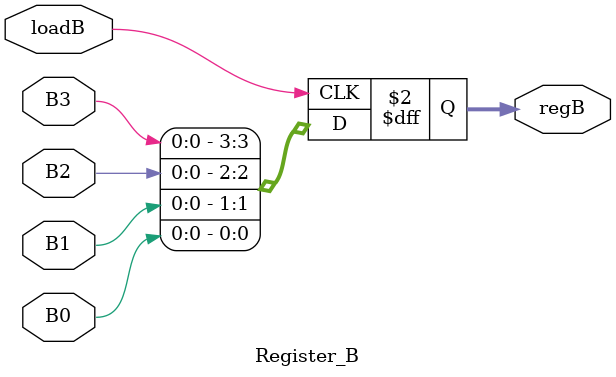
<source format=v>
`timescale 1ns / 1ps


module Register_B(
    input wire B0,
    input wire B1,
    input wire B2,
    input wire B3,
    input wire loadB,
    output reg [3:0] regB
);

always @(posedge loadB) begin
    regB[0] <= B0;
    regB[1] <= B1;
    regB[2] <= B2;
    regB[3] <= B3;
end

endmodule
</source>
